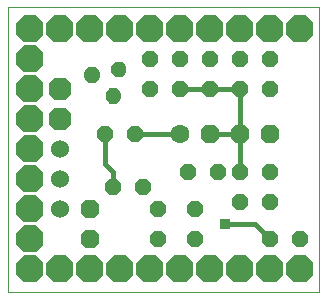
<source format=gtl>
G75*
%MOIN*%
%OFA0B0*%
%FSLAX24Y24*%
%IPPOS*%
%LPD*%
%AMOC8*
5,1,8,0,0,1.08239X$1,22.5*
%
%ADD10C,0.0000*%
%ADD11OC8,0.0520*%
%ADD12OC8,0.0630*%
%ADD13C,0.0630*%
%ADD14C,0.0104*%
%ADD15OC8,0.0900*%
%ADD16C,0.0600*%
%ADD17OC8,0.0760*%
%ADD18C,0.0160*%
%ADD19R,0.0356X0.0356*%
D10*
X000100Y000100D02*
X000100Y009596D01*
X010470Y009596D01*
X010470Y000100D01*
X000100Y000100D01*
D11*
X003600Y003600D03*
X004600Y003600D03*
X005100Y002850D03*
X005100Y001850D03*
X006350Y001850D03*
X006350Y002850D03*
X006100Y004100D03*
X007100Y004100D03*
X007850Y004100D03*
X008850Y004100D03*
X008850Y003100D03*
X007850Y003100D03*
X008850Y001850D03*
X009850Y001850D03*
X008850Y006850D03*
X008850Y007850D03*
X007850Y007850D03*
X006850Y007850D03*
X006850Y006850D03*
X007850Y006850D03*
X005850Y006850D03*
X004850Y006850D03*
X004850Y007850D03*
X005850Y007850D03*
X004350Y005350D03*
X003350Y005350D03*
D12*
X002850Y002850D03*
X002850Y001850D03*
X006850Y005350D03*
X007850Y005350D03*
X008850Y005350D03*
D13*
X005850Y005350D03*
D14*
X003566Y006798D02*
X003514Y006850D01*
X003686Y006850D01*
X003807Y006729D01*
X003807Y006557D01*
X003686Y006436D01*
X003514Y006436D01*
X003393Y006557D01*
X003393Y006729D01*
X003514Y006850D01*
X003546Y006772D01*
X003654Y006772D01*
X003729Y006697D01*
X003729Y006589D01*
X003654Y006514D01*
X003546Y006514D01*
X003471Y006589D01*
X003471Y006697D01*
X003546Y006772D01*
X003579Y006694D01*
X003621Y006694D01*
X003651Y006664D01*
X003651Y006622D01*
X003621Y006592D01*
X003579Y006592D01*
X003549Y006622D01*
X003549Y006664D01*
X003579Y006694D01*
X002859Y007505D02*
X002807Y007557D01*
X002979Y007557D01*
X003100Y007436D01*
X003100Y007264D01*
X002979Y007143D01*
X002807Y007143D01*
X002686Y007264D01*
X002686Y007436D01*
X002807Y007557D01*
X002839Y007479D01*
X002947Y007479D01*
X003022Y007404D01*
X003022Y007296D01*
X002947Y007221D01*
X002839Y007221D01*
X002764Y007296D01*
X002764Y007404D01*
X002839Y007479D01*
X002872Y007401D01*
X002914Y007401D01*
X002944Y007371D01*
X002944Y007329D01*
X002914Y007299D01*
X002872Y007299D01*
X002842Y007329D01*
X002842Y007371D01*
X002872Y007401D01*
X003743Y007682D02*
X003691Y007734D01*
X003863Y007734D01*
X003984Y007613D01*
X003984Y007441D01*
X003863Y007320D01*
X003691Y007320D01*
X003570Y007441D01*
X003570Y007613D01*
X003691Y007734D01*
X003723Y007656D01*
X003831Y007656D01*
X003906Y007581D01*
X003906Y007473D01*
X003831Y007398D01*
X003723Y007398D01*
X003648Y007473D01*
X003648Y007581D01*
X003723Y007656D01*
X003756Y007578D01*
X003798Y007578D01*
X003828Y007548D01*
X003828Y007506D01*
X003798Y007476D01*
X003756Y007476D01*
X003726Y007506D01*
X003726Y007548D01*
X003756Y007578D01*
D15*
X003850Y008850D03*
X004850Y008850D03*
X005850Y008850D03*
X006850Y008850D03*
X007850Y008850D03*
X008850Y008850D03*
X009850Y008850D03*
X002850Y008850D03*
X001850Y008850D03*
X000850Y008850D03*
X000850Y007850D03*
X000850Y006850D03*
X000850Y005850D03*
X000850Y004850D03*
X000850Y003850D03*
X000850Y002850D03*
X000850Y001850D03*
X000850Y000850D03*
X001850Y000850D03*
X002850Y000850D03*
X003850Y000850D03*
X004850Y000850D03*
X005850Y000850D03*
X006850Y000850D03*
X007850Y000850D03*
X008850Y000850D03*
X009850Y000850D03*
D16*
X001850Y002850D03*
X001850Y003850D03*
X001850Y004850D03*
D17*
X001850Y005850D03*
X001850Y006850D03*
D18*
X003350Y005350D02*
X003350Y004350D01*
X003600Y004100D01*
X003600Y003600D01*
X004350Y005350D02*
X005850Y005350D01*
X006850Y005350D02*
X007850Y005350D01*
X007850Y006850D01*
X006850Y006850D01*
X005850Y006850D01*
X007850Y005350D02*
X007850Y004100D01*
X007350Y002350D02*
X008350Y002350D01*
X008850Y001850D01*
D19*
X007350Y002350D03*
M02*

</source>
